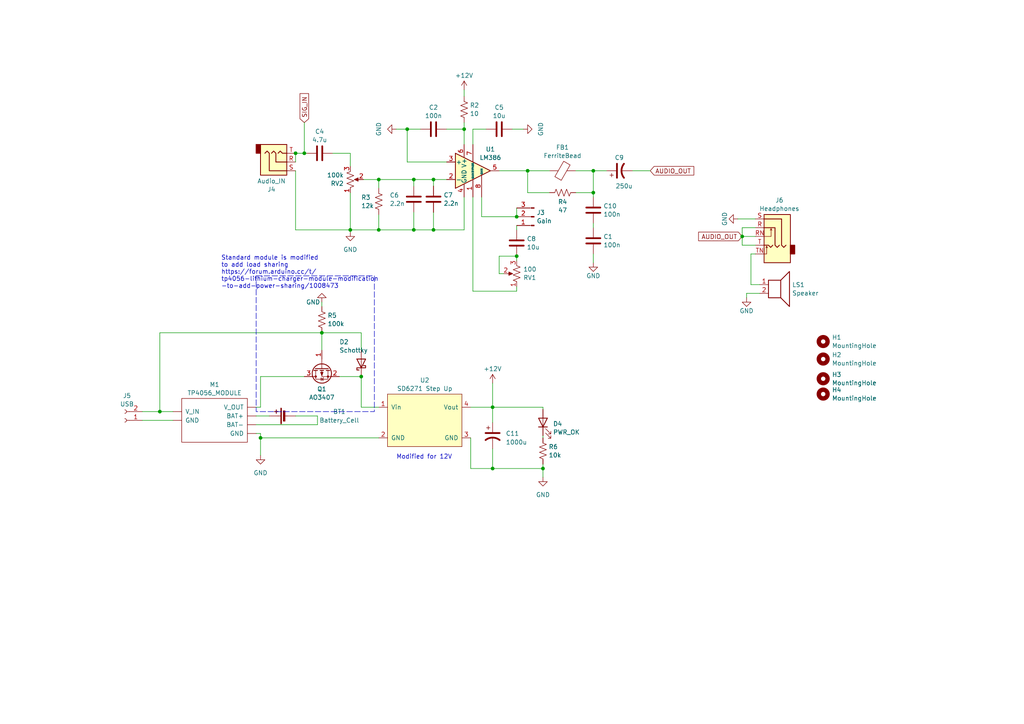
<source format=kicad_sch>
(kicad_sch (version 20230121) (generator eeschema)
  (paper "A4")
  (lib_symbols
    (symbol "!my-kicad-library:AO3407" (pin_names hide)
      (property "Reference" "Q1" (at 0 8.4115 90))
      (property "Value" "AO3407" (at 0 5.6364 90))
      (symbol "AO3407_0_1"
        (polyline (pts (xy 0.254 0) (xy -2.54 0)))
        (polyline (pts (xy 0.254 1.905) (xy 0.254 -1.905)) (stroke (width 0.254)))
        (polyline (pts (xy 0.762 -1.27) (xy 0.762 -2.286)) (stroke (width 0.254)))
        (polyline (pts (xy 0.762 0.508) (xy 0.762 -0.508)) (stroke (width 0.254)))
        (polyline (pts (xy 0.762 2.286) (xy 0.762 1.27)) (stroke (width 0.254)))
        (polyline (pts (xy 2.54 2.54) (xy 2.54 1.778)))
        (polyline (pts (xy 2.54 -2.54) (xy 2.54 0) (xy 0.762 0)))
        (polyline (pts (xy 0.762 1.778) (xy 3.302 1.778) (xy 3.302 -1.778) (xy 0.762 -1.778)))
        (polyline (pts (xy 2.286 0) (xy 1.27 0.381) (xy 1.27 -0.381) (xy 2.286 0)) (fill (type outline)))
        (polyline (pts (xy 2.794 -0.508) (xy 2.921 -0.381) (xy 3.683 -0.381) (xy 3.81 -0.254)))
        (polyline (pts (xy 3.302 -0.381) (xy 2.921 0.254) (xy 3.683 0.254) (xy 3.302 -0.381)))
        (circle (center 1.651 0) (radius 2.794) (stroke (width 0.254)))
        (circle (center 2.54 -1.778) (radius 0.254) (fill (type outline)))
        (circle (center 2.54 1.778) (radius 0.254) (fill (type outline)))
      )
      (symbol "AO3407_1_1"
        (pin input line (at -5.08 0 0) (length 2.54) (name "G") (number "1"))
        (pin passive line (at 2.54 -5.08 90) (length 2.54) (name "S") (number "2"))
        (pin passive line (at 2.54 5.08 270) (length 2.54) (name "D") (number "3"))
      )
    )
    (symbol "!my-kicad-library:TP4056_MODULE_RAW" (pin_numbers hide) (pin_names (offset 1.016))
      (property "Reference" "M" (at 0 -6.35 0))
      (property "Value" "TP4056_MODULE" (at 0 7.62 0))
      (symbol "TP4056_MODULE_RAW_0_1"
        (rectangle (start -8.89 5.08) (end 10.16 -7.62))
      )
      (symbol "TP4056_MODULE_RAW_1_1"
        (pin power_in line (at -11.43 1.27 0) (length 2.54) (name "V_IN") (number "1"))
        (pin power_in line (at -11.43 -1.27 0) (length 2.54) (name "GND") (number "2"))
        (pin power_out line (at 12.7 2.54 180) (length 2.54) (name "V_OUT") (number "3"))
        (pin power_in line (at 12.7 -5.08 180) (length 2.54) (name "GND") (number "4"))
        (pin power_in line (at 12.7 0 180) (length 2.54) (name "BAT+") (number "5"))
        (pin power_in line (at 12.7 -2.54 180) (length 2.54) (name "BAT-") (number "6"))
      )
    )
    (symbol "!my-kicad-library:step-up-module" (pin_names (offset 1.016))
      (property "Reference" "U" (at 2.54 7.62 0))
      (property "Value" "step-up-module" (at 3.81 12.7 0))
      (symbol "step-up-module_0_1"
        (rectangle (start -7.62 10.16) (end 13.97 -5.08) (fill (type background)))
      )
      (symbol "step-up-module_1_1"
        (pin power_in line (at -10.16 6.35 0) (length 2.54) (name "Vin") (number "1"))
        (pin power_in line (at -10.16 -2.54 0) (length 2.54) (name "GND") (number "2"))
        (pin power_in line (at 16.51 -2.54 180) (length 2.54) (name "GND") (number "3"))
        (pin power_out line (at 16.51 6.35 180) (length 2.54) (name "Vout") (number "4"))
      )
    )
    (symbol "Amplifier_Audio:LM386" (pin_names (offset 0.127))
      (property "Reference" "U" (at 1.27 7.62 0))
      (property "Value" "LM386" (at 1.27 5.08 0))
      (symbol "LM386_0_1"
        (polyline (pts (xy 5.08 0) (xy -5.08 5.08) (xy -5.08 -5.08) (xy 5.08 0)) (stroke (width 0.254)) (fill (type background)))
      )
      (symbol "LM386_1_1"
        (pin input line (at 0 -7.62 90) (length 5.08) (name "GAIN") (number "1"))
        (pin input line (at -7.62 -2.54 0) (length 2.54) (name "-") (number "2"))
        (pin input line (at -7.62 2.54 0) (length 2.54) (name "+") (number "3"))
        (pin power_in line (at -2.54 -7.62 90) (length 3.81) (name "GND") (number "4"))
        (pin output line (at 7.62 0 180) (length 2.54) (name "~") (number "5"))
        (pin power_in line (at -2.54 7.62 270) (length 3.81) (name "V+") (number "6"))
        (pin input line (at 0 7.62 270) (length 5.08) (name "BYPASS") (number "7"))
        (pin input line (at 2.54 -7.62 90) (length 6.35) (name "GAIN") (number "8"))
      )
    )
    (symbol "Connector:Conn_01x02_Socket" (pin_names (offset 1.016) hide)
      (property "Reference" "J" (at 0 2.54 0))
      (property "Value" "Conn_01x02_Socket" (at 0 -5.08 0))
      (symbol "Conn_01x02_Socket_1_1"
        (arc (start 0 -2.032) (mid -0.5058 -2.54) (end 0 -3.048) (stroke (width 0.1524)))
        (polyline (pts (xy -1.27 -2.54) (xy -0.508 -2.54)) (stroke (width 0.1524)))
        (polyline (pts (xy -1.27 0) (xy -0.508 0)) (stroke (width 0.1524)))
        (arc (start 0 0.508) (mid -0.5058 0) (end 0 -0.508) (stroke (width 0.1524)))
        (pin passive line (at -5.08 0 0) (length 3.81) (name "Pin_1") (number "1"))
        (pin passive line (at -5.08 -2.54 0) (length 3.81) (name "Pin_2") (number "2"))
      )
    )
    (symbol "Connector:Conn_01x03_Pin" (pin_names (offset 1.016) hide)
      (property "Reference" "J" (at 0 5.08 0))
      (property "Value" "Conn_01x03_Pin" (at 0 -5.08 0))
      (symbol "Conn_01x03_Pin_1_1"
        (polyline (pts (xy 1.27 -2.54) (xy 0.8636 -2.54)) (stroke (width 0.1524)))
        (polyline (pts (xy 1.27 0) (xy 0.8636 0)) (stroke (width 0.1524)))
        (polyline (pts (xy 1.27 2.54) (xy 0.8636 2.54)) (stroke (width 0.1524)))
        (rectangle (start 0.8636 -2.413) (end 0 -2.667) (stroke (width 0.1524)) (fill (type outline)))
        (rectangle (start 0.8636 0.127) (end 0 -0.127) (stroke (width 0.1524)) (fill (type outline)))
        (rectangle (start 0.8636 2.667) (end 0 2.413) (stroke (width 0.1524)) (fill (type outline)))
        (pin passive line (at 5.08 2.54 180) (length 3.81) (name "Pin_1") (number "1"))
        (pin passive line (at 5.08 0 180) (length 3.81) (name "Pin_2") (number "2"))
        (pin passive line (at 5.08 -2.54 180) (length 3.81) (name "Pin_3") (number "3"))
      )
    )
    (symbol "Connector_Audio:AudioJack3"
      (property "Reference" "J" (at 0 8.89 0))
      (property "Value" "AudioJack3" (at 0 6.35 0))
      (symbol "AudioJack3_0_1"
        (rectangle (start -5.08 -5.08) (end -6.35 -2.54) (stroke (width 0.254)) (fill (type outline)))
        (polyline (pts (xy 0 -2.54) (xy 0.635 -3.175) (xy 1.27 -2.54) (xy 2.54 -2.54)) (stroke (width 0.254)))
        (polyline (pts (xy -1.905 -2.54) (xy -1.27 -3.175) (xy -0.635 -2.54) (xy -0.635 0) (xy 2.54 0)) (stroke (width 0.254)))
        (polyline (pts (xy 2.54 2.54) (xy -2.54 2.54) (xy -2.54 -2.54) (xy -3.175 -3.175) (xy -3.81 -2.54)) (stroke (width 0.254)))
        (rectangle (start 2.54 3.81) (end -5.08 -5.08) (stroke (width 0.254)) (fill (type background)))
      )
      (symbol "AudioJack3_1_1"
        (pin passive line (at 5.08 0 180) (length 2.54) (name "~") (number "R"))
        (pin passive line (at 5.08 2.54 180) (length 2.54) (name "~") (number "S"))
        (pin passive line (at 5.08 -2.54 180) (length 2.54) (name "~") (number "T"))
      )
    )
    (symbol "Connector_Audio:AudioJack3_SwitchTR"
      (property "Reference" "J" (at 0 8.89 0))
      (property "Value" "AudioJack3_SwitchTR" (at 0 6.35 0))
      (symbol "AudioJack3_SwitchTR_0_1"
        (rectangle (start -5.08 -5.08) (end -6.35 -7.62) (stroke (width 0.254)) (fill (type outline)))
        (polyline (pts (xy 0.508 -0.254) (xy 0.762 -0.762)))
        (polyline (pts (xy 1.778 -5.334) (xy 2.032 -5.842)))
        (polyline (pts (xy 0 -5.08) (xy 0.635 -5.715) (xy 1.27 -5.08) (xy 2.54 -5.08)) (stroke (width 0.254)))
        (polyline (pts (xy 2.54 -7.62) (xy 1.778 -7.62) (xy 1.778 -5.334) (xy 1.524 -5.842)))
        (polyline (pts (xy 2.54 -2.54) (xy 0.508 -2.54) (xy 0.508 -0.254) (xy 0.254 -0.762)))
        (polyline (pts (xy -1.905 -5.08) (xy -1.27 -5.715) (xy -0.635 -5.08) (xy -0.635 0) (xy 2.54 0)) (stroke (width 0.254)))
        (polyline (pts (xy 2.54 2.54) (xy -2.54 2.54) (xy -2.54 -5.08) (xy -3.175 -5.715) (xy -3.81 -5.08)) (stroke (width 0.254)))
        (rectangle (start 2.54 3.81) (end -5.08 -10.16) (stroke (width 0.254)) (fill (type background)))
      )
      (symbol "AudioJack3_SwitchTR_1_1"
        (pin passive line (at 5.08 0 180) (length 2.54) (name "~") (number "R"))
        (pin passive line (at 5.08 -2.54 180) (length 2.54) (name "~") (number "RN"))
        (pin passive line (at 5.08 2.54 180) (length 2.54) (name "~") (number "S"))
        (pin passive line (at 5.08 -5.08 180) (length 2.54) (name "~") (number "T"))
        (pin passive line (at 5.08 -7.62 180) (length 2.54) (name "~") (number "TN"))
      )
    )
    (symbol "Device:Battery_Cell" (pin_numbers hide) (pin_names (offset 0) hide)
      (property "Reference" "BT" (at 2.54 2.54 0))
      (property "Value" "Battery_Cell" (at 2.54 0 0))
      (symbol "Battery_Cell_0_1"
        (rectangle (start -2.286 1.778) (end 2.286 1.524) (fill (type outline)))
        (rectangle (start -1.524 1.016) (end 1.524 0.508) (fill (type outline)))
        (polyline (pts (xy 0 0.762) (xy 0 0)))
        (polyline (pts (xy 0 1.778) (xy 0 2.54)))
        (polyline (pts (xy 0.762 3.048) (xy 1.778 3.048)) (stroke (width 0.254)))
        (polyline (pts (xy 1.27 3.556) (xy 1.27 2.54)) (stroke (width 0.254)))
      )
      (symbol "Battery_Cell_1_1"
        (pin passive line (at 0 5.08 270) (length 2.54) (name "+") (number "1"))
        (pin passive line (at 0 -2.54 90) (length 2.54) (name "-") (number "2"))
      )
    )
    (symbol "Device:C" (pin_numbers hide) (pin_names (offset 0.254))
      (property "Reference" "C" (at 0.635 2.54 0))
      (property "Value" "C" (at 0.635 -2.54 0))
      (symbol "C_0_1"
        (polyline (pts (xy -2.032 -0.762) (xy 2.032 -0.762)) (stroke (width 0.508)))
        (polyline (pts (xy -2.032 0.762) (xy 2.032 0.762)) (stroke (width 0.508)))
      )
      (symbol "C_1_1"
        (pin passive line (at 0 3.81 270) (length 2.794) (name "~") (number "1"))
        (pin passive line (at 0 -3.81 90) (length 2.794) (name "~") (number "2"))
      )
    )
    (symbol "Device:C_Polarized_US" (pin_numbers hide) (pin_names (offset 0.254) hide)
      (property "Reference" "C" (at 0.635 2.54 0))
      (property "Value" "C_Polarized_US" (at 0.635 -2.54 0))
      (symbol "C_Polarized_US_0_1"
        (polyline (pts (xy -2.032 0.762) (xy 2.032 0.762)) (stroke (width 0.508)))
        (polyline (pts (xy -1.778 2.286) (xy -0.762 2.286)))
        (polyline (pts (xy -1.27 1.778) (xy -1.27 2.794)))
        (arc (start 2.032 -1.27) (mid 0 -0.5572) (end -2.032 -1.27) (stroke (width 0.508)))
      )
      (symbol "C_Polarized_US_1_1"
        (pin passive line (at 0 3.81 270) (length 2.794) (name "~") (number "1"))
        (pin passive line (at 0 -3.81 90) (length 3.302) (name "~") (number "2"))
      )
    )
    (symbol "Device:D_Schottky" (pin_numbers hide) (pin_names (offset 1.016) hide)
      (property "Reference" "D" (at 0 2.54 0))
      (property "Value" "D_Schottky" (at 0 -2.54 0))
      (symbol "D_Schottky_0_1"
        (polyline (pts (xy 1.27 0) (xy -1.27 0)))
        (polyline (pts (xy 1.27 1.27) (xy 1.27 -1.27) (xy -1.27 0) (xy 1.27 1.27)) (stroke (width 0.254)))
        (polyline (pts (xy -1.905 0.635) (xy -1.905 1.27) (xy -1.27 1.27) (xy -1.27 -1.27) (xy -0.635 -1.27) (xy -0.635 -0.635)) (stroke (width 0.254)))
      )
      (symbol "D_Schottky_1_1"
        (pin passive line (at -3.81 0 0) (length 2.54) (name "K") (number "1"))
        (pin passive line (at 3.81 0 180) (length 2.54) (name "A") (number "2"))
      )
    )
    (symbol "Device:FerriteBead" (pin_numbers hide) (pin_names (offset 0))
      (property "Reference" "FB" (at -3.81 0.635 90))
      (property "Value" "FerriteBead" (at 3.81 0 90))
      (symbol "FerriteBead_0_1"
        (polyline (pts (xy 0 -1.27) (xy 0 -1.2192)))
        (polyline (pts (xy 0 1.27) (xy 0 1.2954)))
        (polyline (pts (xy -2.7686 0.4064) (xy -1.7018 2.2606) (xy 2.7686 -0.3048) (xy 1.6764 -2.159) (xy -2.7686 0.4064)))
      )
      (symbol "FerriteBead_1_1"
        (pin passive line (at 0 3.81 270) (length 2.54) (name "~") (number "1"))
        (pin passive line (at 0 -3.81 90) (length 2.54) (name "~") (number "2"))
      )
    )
    (symbol "Device:LED" (pin_numbers hide) (pin_names (offset 1.016) hide)
      (property "Reference" "D" (at 0 2.54 0))
      (property "Value" "LED" (at 0 -2.54 0))
      (symbol "LED_0_1"
        (polyline (pts (xy -1.27 -1.27) (xy -1.27 1.27)) (stroke (width 0.254)))
        (polyline (pts (xy -1.27 0) (xy 1.27 0)))
        (polyline (pts (xy 1.27 -1.27) (xy 1.27 1.27) (xy -1.27 0) (xy 1.27 -1.27)) (stroke (width 0.254)))
        (polyline (pts (xy -3.048 -0.762) (xy -4.572 -2.286) (xy -3.81 -2.286) (xy -4.572 -2.286) (xy -4.572 -1.524)))
        (polyline (pts (xy -1.778 -0.762) (xy -3.302 -2.286) (xy -2.54 -2.286) (xy -3.302 -2.286) (xy -3.302 -1.524)))
      )
      (symbol "LED_1_1"
        (pin passive line (at -3.81 0 0) (length 2.54) (name "K") (number "1"))
        (pin passive line (at 3.81 0 180) (length 2.54) (name "A") (number "2"))
      )
    )
    (symbol "Device:R_Potentiometer_US" (pin_names (offset 1.016) hide)
      (property "Reference" "RV" (at -4.445 0 90))
      (property "Value" "R_Potentiometer_US" (at -2.54 0 90))
      (symbol "R_Potentiometer_US_0_1"
        (polyline (pts (xy 0 -2.286) (xy 0 -2.54)))
        (polyline (pts (xy 0 2.54) (xy 0 2.286)))
        (polyline (pts (xy 2.54 0) (xy 1.524 0)))
        (polyline (pts (xy 1.143 0) (xy 2.286 0.508) (xy 2.286 -0.508) (xy 1.143 0)) (fill (type outline)))
        (polyline (pts (xy 0 -0.762) (xy 1.016 -1.143) (xy 0 -1.524) (xy -1.016 -1.905) (xy 0 -2.286)))
        (polyline (pts (xy 0 0.762) (xy 1.016 0.381) (xy 0 0) (xy -1.016 -0.381) (xy 0 -0.762)))
        (polyline (pts (xy 0 2.286) (xy 1.016 1.905) (xy 0 1.524) (xy -1.016 1.143) (xy 0 0.762)))
      )
      (symbol "R_Potentiometer_US_1_1"
        (pin passive line (at 0 3.81 270) (length 1.27) (name "1") (number "1"))
        (pin passive line (at 3.81 0 180) (length 1.27) (name "2") (number "2"))
        (pin passive line (at 0 -3.81 90) (length 1.27) (name "3") (number "3"))
      )
    )
    (symbol "Device:R_US" (pin_numbers hide) (pin_names (offset 0))
      (property "Reference" "R" (at 2.54 0 90))
      (property "Value" "R_US" (at -2.54 0 90))
      (symbol "R_US_0_1"
        (polyline (pts (xy 0 -2.286) (xy 0 -2.54)))
        (polyline (pts (xy 0 2.286) (xy 0 2.54)))
        (polyline (pts (xy 0 -0.762) (xy 1.016 -1.143) (xy 0 -1.524) (xy -1.016 -1.905) (xy 0 -2.286)))
        (polyline (pts (xy 0 0.762) (xy 1.016 0.381) (xy 0 0) (xy -1.016 -0.381) (xy 0 -0.762)))
        (polyline (pts (xy 0 2.286) (xy 1.016 1.905) (xy 0 1.524) (xy -1.016 1.143) (xy 0 0.762)))
      )
      (symbol "R_US_1_1"
        (pin passive line (at 0 3.81 270) (length 1.27) (name "~") (number "1"))
        (pin passive line (at 0 -3.81 90) (length 1.27) (name "~") (number "2"))
      )
    )
    (symbol "Device:Speaker" (pin_names (offset 0) hide)
      (property "Reference" "LS" (at 1.27 5.715 0))
      (property "Value" "Speaker" (at 1.27 3.81 0))
      (symbol "Speaker_0_0"
        (rectangle (start -2.54 1.27) (end 1.016 -3.81) (stroke (width 0.254)))
        (polyline (pts (xy 1.016 1.27) (xy 3.556 3.81) (xy 3.556 -6.35) (xy 1.016 -3.81)) (stroke (width 0.254)))
      )
      (symbol "Speaker_1_1"
        (pin input line (at -5.08 0 0) (length 2.54) (name "1") (number "1"))
        (pin input line (at -5.08 -2.54 0) (length 2.54) (name "2") (number "2"))
      )
    )
    (symbol "Mechanical:MountingHole" (pin_names (offset 1.016))
      (property "Reference" "H" (at 0 5.08 0))
      (property "Value" "MountingHole" (at 0 3.175 0))
      (symbol "MountingHole_0_1"
        (circle (center 0 0) (radius 1.27) (stroke (width 1.27)))
      )
    )
    (symbol "power:+12V" (power) (pin_names (offset 0))
      (property "Value" "+12V" (at 0 3.556 0))
      (symbol "+12V_0_1"
        (polyline (pts (xy -0.762 1.27) (xy 0 2.54)))
        (polyline (pts (xy 0 0) (xy 0 2.54)))
        (polyline (pts (xy 0 2.54) (xy 0.762 1.27)))
      )
      (symbol "+12V_1_1"
        (pin power_in line (at 0 0 90) (length 0) hide (name "+12V") (number "1"))
      )
    )
    (symbol "power:GND" (power) (pin_names (offset 0))
      (property "Value" "GND" (at 0 -3.81 0))
      (symbol "GND_0_1"
        (polyline (pts (xy 0 0) (xy 0 -1.27) (xy 1.27 -1.27) (xy 0 -2.54) (xy -1.27 -1.27) (xy 0 -1.27)))
      )
      (symbol "GND_1_1"
        (pin power_in line (at 0 0 270) (length 0) hide (name "GND") (number "1"))
      )
    )
  )
  (junction (at 85.725 44.45))
  (junction (at 172.085 49.53))
  (junction (at 142.875 135.89))
  (junction (at 172.085 55.88))
  (junction (at 109.855 66.675))
  (junction (at 125.73 52.07))
  (junction (at 149.86 74.295))
  (junction (at 104.775 109.22))
  (junction (at 118.11 37.465))
  (junction (at 142.875 118.11))
  (junction (at 46.355 119.38))
  (junction (at 125.73 66.675))
  (junction (at 120.015 66.675))
  (junction (at 153.035 49.53))
  (junction (at 120.015 52.07))
  (junction (at 134.62 37.465))
  (junction (at 149.86 62.865))
  (junction (at 75.565 127))
  (junction (at 215.265 68.58))
  (junction (at 88.265 44.45))
  (junction (at 93.345 96.52))
  (junction (at 157.48 135.89))
  (junction (at 101.6 66.675))
  (junction (at 109.855 52.07))
  (wire (pts (xy 93.345 96.52) (xy 46.355 96.52)))
  (wire (pts (xy 157.48 134.62) (xy 157.48 135.89)))
  (wire (pts (xy 215.265 66.04) (xy 215.265 68.58)))
  (wire (pts (xy 136.525 135.89) (xy 142.875 135.89)))
  (wire (pts (xy 120.015 52.07) (xy 125.73 52.07)))
  (wire (pts (xy 129.54 37.465) (xy 134.62 37.465)))
  (wire (pts (xy 92.075 123.19) (xy 92.075 120.65)))
  (wire (pts (xy 104.775 109.22) (xy 104.775 118.11)))
  (wire (pts (xy 220.345 85.09) (xy 216.535 85.09)))
  (wire (pts (xy 46.355 96.52) (xy 46.355 119.38)))
  (wire (pts (xy 98.425 109.22) (xy 104.775 109.22)))
  (wire (pts (xy 88.265 109.22) (xy 75.565 109.22)))
  (wire (pts (xy 134.62 35.56) (xy 134.62 37.465)))
  (wire (pts (xy 142.875 122.555) (xy 142.875 118.11)))
  (wire (pts (xy 125.73 52.07) (xy 129.54 52.07)))
  (wire (pts (xy 74.295 120.65) (xy 78.105 120.65)))
  (wire (pts (xy 74.295 123.19) (xy 92.075 123.19)))
  (wire (pts (xy 93.345 87.63) (xy 93.345 88.9)))
  (wire (pts (xy 137.16 37.465) (xy 140.97 37.465)))
  (wire (pts (xy 172.085 55.88) (xy 172.085 49.53)))
  (wire (pts (xy 114.935 37.465) (xy 118.11 37.465)))
  (wire (pts (xy 167.005 55.88) (xy 172.085 55.88)))
  (wire (pts (xy 217.805 73.66) (xy 219.075 73.66)))
  (wire (pts (xy 101.6 55.88) (xy 101.6 66.675)))
  (wire (pts (xy 136.525 127) (xy 136.525 135.89)))
  (wire (pts (xy 148.59 37.465) (xy 151.765 37.465)))
  (wire (pts (xy 104.775 101.6) (xy 104.775 96.52)))
  (wire (pts (xy 149.86 83.185) (xy 149.86 84.455)))
  (wire (pts (xy 217.805 82.55) (xy 220.345 82.55)))
  (wire (pts (xy 41.275 119.38) (xy 46.355 119.38)))
  (wire (pts (xy 144.78 74.295) (xy 149.86 74.295)))
  (wire (pts (xy 216.535 85.09) (xy 216.535 86.36)))
  (wire (pts (xy 134.62 37.465) (xy 134.62 41.91)))
  (wire (pts (xy 74.295 118.11) (xy 75.565 118.11)))
  (wire (pts (xy 144.78 79.375) (xy 144.78 74.295)))
  (wire (pts (xy 88.265 35.56) (xy 88.265 44.45)))
  (wire (pts (xy 157.48 118.745) (xy 157.48 118.11)))
  (wire (pts (xy 85.725 49.53) (xy 85.725 66.675)))
  (wire (pts (xy 215.265 68.58) (xy 219.075 68.58)))
  (wire (pts (xy 215.265 68.58) (xy 215.265 71.12)))
  (wire (pts (xy 93.345 96.52) (xy 93.345 101.6)))
  (wire (pts (xy 74.295 125.73) (xy 75.565 125.73)))
  (wire (pts (xy 139.7 57.15) (xy 139.7 62.865)))
  (wire (pts (xy 217.805 73.66) (xy 217.805 82.55)))
  (wire (pts (xy 149.86 66.675) (xy 149.86 65.405)))
  (wire (pts (xy 142.875 130.175) (xy 142.875 135.89)))
  (wire (pts (xy 172.085 55.88) (xy 172.085 57.15)))
  (wire (pts (xy 118.11 37.465) (xy 121.92 37.465)))
  (wire (pts (xy 172.085 66.04) (xy 172.085 64.77)))
  (wire (pts (xy 136.525 118.11) (xy 142.875 118.11)))
  (wire (pts (xy 85.725 44.45) (xy 88.265 44.45)))
  (wire (pts (xy 213.995 63.5) (xy 219.075 63.5)))
  (wire (pts (xy 96.52 44.45) (xy 101.6 44.45)))
  (wire (pts (xy 41.275 121.92) (xy 50.165 121.92)))
  (wire (pts (xy 75.565 132.08) (xy 75.565 127)))
  (wire (pts (xy 85.725 66.675) (xy 101.6 66.675)))
  (wire (pts (xy 75.565 109.22) (xy 75.565 118.11)))
  (wire (pts (xy 172.085 73.66) (xy 172.085 76.2)))
  (wire (pts (xy 137.16 57.15) (xy 137.16 84.455)))
  (wire (pts (xy 125.73 52.07) (xy 125.73 53.975)))
  (wire (pts (xy 105.41 52.07) (xy 109.855 52.07)))
  (wire (pts (xy 142.875 135.89) (xy 157.48 135.89)))
  (wire (pts (xy 101.6 66.675) (xy 101.6 67.31)))
  (wire (pts (xy 109.855 52.07) (xy 109.855 54.61)))
  (wire (pts (xy 46.355 119.38) (xy 50.165 119.38)))
  (wire (pts (xy 137.16 37.465) (xy 137.16 41.91)))
  (wire (pts (xy 118.11 46.99) (xy 129.54 46.99)))
  (wire (pts (xy 120.015 66.675) (xy 125.73 66.675)))
  (wire (pts (xy 101.6 66.675) (xy 109.855 66.675)))
  (wire (pts (xy 149.86 60.325) (xy 149.86 62.865)))
  (wire (pts (xy 92.075 120.65) (xy 85.725 120.65)))
  (wire (pts (xy 153.035 55.88) (xy 153.035 49.53)))
  (wire (pts (xy 134.62 57.15) (xy 134.62 66.675)))
  (wire (pts (xy 109.855 62.23) (xy 109.855 66.675)))
  (wire (pts (xy 219.075 66.04) (xy 215.265 66.04)))
  (wire (pts (xy 125.73 61.595) (xy 125.73 66.675)))
  (wire (pts (xy 188.595 49.53) (xy 183.515 49.53)))
  (wire (pts (xy 172.085 49.53) (xy 175.895 49.53)))
  (wire (pts (xy 157.48 118.11) (xy 142.875 118.11)))
  (wire (pts (xy 134.62 26.035) (xy 134.62 27.94)))
  (wire (pts (xy 88.265 44.45) (xy 88.9 44.45)))
  (wire (pts (xy 109.855 52.07) (xy 120.015 52.07)))
  (wire (pts (xy 146.05 79.375) (xy 144.78 79.375)))
  (wire (pts (xy 120.015 61.595) (xy 120.015 66.675)))
  (wire (pts (xy 149.86 74.295) (xy 149.86 75.565)))
  (wire (pts (xy 139.7 62.865) (xy 149.86 62.865)))
  (wire (pts (xy 142.875 111.125) (xy 142.875 118.11)))
  (wire (pts (xy 118.11 37.465) (xy 118.11 46.99)))
  (wire (pts (xy 125.73 66.675) (xy 134.62 66.675)))
  (wire (pts (xy 109.855 127) (xy 75.565 127)))
  (wire (pts (xy 157.48 126.365) (xy 157.48 127)))
  (wire (pts (xy 75.565 127) (xy 75.565 125.73)))
  (wire (pts (xy 101.6 44.45) (xy 101.6 48.26)))
  (wire (pts (xy 157.48 135.89) (xy 157.48 138.43)))
  (wire (pts (xy 159.385 55.88) (xy 153.035 55.88)))
  (wire (pts (xy 167.005 49.53) (xy 172.085 49.53)))
  (wire (pts (xy 137.16 84.455) (xy 149.86 84.455)))
  (wire (pts (xy 215.265 71.12) (xy 219.075 71.12)))
  (wire (pts (xy 85.725 44.45) (xy 85.725 46.99)))
  (wire (pts (xy 109.855 66.675) (xy 120.015 66.675)))
  (wire (pts (xy 153.035 49.53) (xy 159.385 49.53)))
  (wire (pts (xy 144.78 49.53) (xy 153.035 49.53)))
  (wire (pts (xy 104.775 96.52) (xy 93.345 96.52)))
  (wire (pts (xy 120.015 52.07) (xy 120.015 53.975)))
  (wire (pts (xy 104.775 118.11) (xy 109.855 118.11)))
  (rectangle (start 74.295 80.01) (end 108.585 119.38) (stroke (width 0) (type dash)))
  (text "Standard module is modified\nto add load sharing\nhttps://forum.arduino.cc/t/\ntp4056-lithium-charger-module-modification\n-to-add-power-sharing/1008473\n" (at 64.135 83.82 0) (effects (font (size 1.27 1.27)) (justify left bottom)))
  (text "Modified for 12V" (at 114.935 133.35 0) (effects (font (size 1.27 1.27)) (justify left bottom)))
  (global_label "SIG_IN" (shape input) (at 88.265 35.56 90) (property "Intersheetrefs" "${INTERSHEET_REFS}" (effects hide)))
  (global_label "AUDIO_OUT" (shape input) (at 215.265 68.58 180) (property "Intersheetrefs" "${INTERSHEET_REFS}" (effects hide)))
  (global_label "AUDIO_OUT" (shape input) (at 188.595 49.53 0) (property "Intersheetrefs" "${INTERSHEET_REFS}" (effects hide)))
  (symbol (lib_id "Device:FerriteBead") (at 163.195 49.53 90) (unit 1)
    (property "Reference" "FB1" (at 163.1442 42.7441 90))
    (property "Value" "FerriteBead" (at 163.1442 45.1683 90))
    (property "Footprint" "Resistor_SMD:R_0805_2012Metric" (effects hide))
  )
  (symbol (lib_id "Device:C") (at 120.015 57.785 180) (unit 1)
    (property "Reference" "C6" (at 113.03 56.6308 0) (effects (justify right)))
    (property "Value" "2.2n" (at 113.03 59.055 0) (effects (justify right)))
    (property "Footprint" "Capacitor_SMD:C_1206_3216Metric" (effects hide))
  )
  (symbol (lib_id "Device:C") (at 149.86 70.485 180) (unit 1)
    (property "Reference" "C8" (at 152.781 69.2729 0) (effects (justify right)))
    (property "Value" "10u" (at 152.781 71.6971 0) (effects (justify right)))
    (property "Footprint" "Capacitor_SMD:C_1206_3216Metric" (effects hide))
  )
  (symbol (lib_id "!my-kicad-library:AO3407") (at 93.345 106.68 90) (mirror x) (unit 1)
    (property "Reference" "Q1" (at 93.345 112.8451 90))
    (property "Value" "AO3407" (at 93.345 115.2693 90))
    (property "Footprint" "Package_TO_SOT_SMD:SOT-23" (effects hide))
    (property "Datasheet" "http://www.aosmd.com/pdfs/datasheet/ao3407.pdf" (effects hide))
  )
  (symbol (lib_id "Device:C") (at 125.73 37.465 90) (unit 1)
    (property "Reference" "C2" (at 125.73 31.1617 90))
    (property "Value" "100n" (at 125.73 33.5859 90))
    (property "Footprint" "Capacitor_SMD:C_1206_3216Metric" (effects hide))
  )
  (symbol (lib_id "Device:R_Potentiometer_US") (at 101.6 52.07 0) (mirror x) (unit 1)
    (property "Reference" "RV2" (at 99.695 53.2242 0) (effects (justify right)))
    (property "Value" "100k" (at 99.695 50.8 0) (effects (justify right)))
    (property "Footprint" "Potentiometer_THT:Potentiometer_Alps_RK09Y11_Single_Horizontal" (effects hide))
  )
  (symbol (lib_id "power:GND") (at 216.535 86.36 0) (unit 1)
    (property "Reference" "#PWR09" (effects hide))
    (property "Value" "GND" (at 216.535 90.17 0))
  )
  (symbol (lib_id "Connector_Audio:AudioJack3_SwitchTR") (at 224.155 66.04 0) (mirror y) (unit 1)
    (property "Reference" "J6" (at 226.06 58.0857 0))
    (property "Value" "Headphones" (at 226.06 60.5099 0))
    (property "Footprint" "Connector_Audio:Jack_3.5mm_CUI_SJ1-3535NG_Horizontal" (effects hide))
    (property "Datasheet" "https://www.cuidevices.com/product/resource/sj1-353xng.pdf" (effects hide))
  )
  (symbol (lib_id "Mechanical:MountingHole") (at 238.76 99.06 0) (unit 1)
    (property "Reference" "H1" (at 241.3 97.8479 0) (effects (justify left)))
    (property "Value" "MountingHole" (at 241.3 100.2721 0) (effects (justify left)))
    (property "Footprint" "MountingHole:MountingHole_3.2mm_M3" (effects hide))
  )
  (symbol (lib_id "Device:C") (at 125.73 57.785 180) (unit 1)
    (property "Reference" "C7" (at 128.651 56.5729 0) (effects (justify right)))
    (property "Value" "2.2n" (at 128.651 58.9971 0) (effects (justify right)))
    (property "Footprint" "Capacitor_SMD:C_1206_3216Metric" (effects hide))
  )
  (symbol (lib_id "Connector:Conn_01x03_Pin") (at 154.94 62.865 180) (unit 1)
    (property "Reference" "J3" (at 155.6512 61.6529 0) (effects (justify right)))
    (property "Value" "Gain" (at 155.6512 64.0771 0) (effects (justify right)))
    (property "Footprint" "Connector_PinHeader_2.54mm:PinHeader_1x03_P2.54mm_Vertical" (effects hide))
  )
  (symbol (lib_id "power:GND") (at 75.565 132.08 0) (unit 1)
    (property "Reference" "#PWR011" (effects hide))
    (property "Value" "GND" (at 75.565 137.16 0))
  )
  (symbol (lib_id "Device:C") (at 92.71 44.45 90) (unit 1)
    (property "Reference" "C4" (at 92.71 38.1467 90))
    (property "Value" "4.7u" (at 92.71 40.5709 90))
    (property "Footprint" "Capacitor_SMD:C_1206_3216Metric" (effects hide))
  )
  (symbol (lib_id "Device:C_Polarized_US") (at 179.705 49.53 90) (unit 1)
    (property "Reference" "C9" (at 180.975 45.72 90) (effects (justify left)))
    (property "Value" "250u" (at 183.515 53.975 90) (effects (justify left)))
    (property "Footprint" "Capacitor_THT:CP_Radial_D5.0mm_P2.50mm" (effects hide))
  )
  (symbol (lib_id "power:GND") (at 213.995 63.5 270) (unit 1)
    (property "Reference" "#PWR08" (effects hide))
    (property "Value" "GND" (at 210.185 63.5 0))
  )
  (symbol (lib_id "Device:R_US") (at 134.62 31.75 0) (unit 1)
    (property "Reference" "R2" (at 136.271 30.5379 0) (effects (justify left)))
    (property "Value" "10" (at 136.271 32.9621 0) (effects (justify left)))
    (property "Footprint" "Resistor_SMD:R_0805_2012Metric" (effects hide))
  )
  (symbol (lib_id "power:GND") (at 101.6 67.31 0) (unit 1)
    (property "Reference" "#PWR010" (effects hide))
    (property "Value" "GND" (at 101.6 72.39 0))
  )
  (symbol (lib_id "Connector:Conn_01x02_Socket") (at 36.195 121.92 180) (unit 1)
    (property "Reference" "J5" (at 36.83 114.7785 0))
    (property "Value" "USB" (at 36.83 117.2027 0))
  )
  (symbol (lib_id "power:GND") (at 172.085 76.2 0) (unit 1)
    (property "Reference" "#PWR02" (effects hide))
    (property "Value" "GND" (at 172.085 80.01 0))
  )
  (symbol (lib_id "Device:R_US") (at 157.48 130.81 0) (unit 1)
    (property "Reference" "R6" (at 159.131 129.5979 0) (effects (justify left)))
    (property "Value" "10k" (at 159.131 132.0221 0) (effects (justify left)))
    (property "Footprint" "Resistor_SMD:R_0805_2012Metric" (effects hide))
  )
  (symbol (lib_id "Device:D_Schottky") (at 104.775 105.41 90) (unit 1)
    (property "Reference" "D2" (at 98.425 99.1758 90) (effects (justify right)))
    (property "Value" "Schottky" (at 98.425 101.6 90) (effects (justify right)))
    (property "Footprint" "Diode_SMD:D_SMA" (effects hide))
  )
  (symbol (lib_id "power:+12V") (at 134.62 26.035 0) (unit 1)
    (property "Reference" "#PWR06" (effects hide))
    (property "Value" "+12V" (at 134.62 21.9019 0))
  )
  (symbol (lib_id "Device:C_Polarized_US") (at 142.875 126.365 0) (unit 1)
    (property "Reference" "C11" (at 146.685 125.73 0) (effects (justify left)))
    (property "Value" "1000u" (at 146.685 128.27 0) (effects (justify left)))
    (property "Footprint" "Capacitor_THT:CP_Radial_D10.0mm_P2.50mm" (effects hide))
  )
  (symbol (lib_id "Device:Battery_Cell") (at 83.185 120.65 90) (unit 1) (in_bom no) (on_board no)
    (property "Reference" "BT1" (at 98.425 119.38 90))
    (property "Value" "Battery_Cell" (at 98.425 121.92 90))
  )
  (symbol (lib_id "!my-kicad-library:step-up-module") (at 120.015 124.46 0) (unit 1)
    (property "Reference" "U2" (at 123.19 110.2827 0))
    (property "Value" "SD6271 Step Up" (at 123.19 112.7069 0))
    (property "Footprint" "!my-lib:SD6271_StepUp" (effects hide))
  )
  (symbol (lib_id "power:GND") (at 93.345 87.63 180) (unit 1)
    (property "Reference" "#PWR012" (effects hide))
    (property "Value" "GND" (at 90.805 87.63 0))
  )
  (symbol (lib_id "Device:C") (at 172.085 69.85 180) (unit 1)
    (property "Reference" "C1" (at 175.006 68.6379 0) (effects (justify right)))
    (property "Value" "100n" (at 175.006 71.0621 0) (effects (justify right)))
    (property "Footprint" "Capacitor_SMD:C_1206_3216Metric" (effects hide))
  )
  (symbol (lib_id "Device:R_US") (at 109.855 58.42 180) (unit 1)
    (property "Reference" "R3" (at 104.775 57.2658 0) (effects (justify right)))
    (property "Value" "12k" (at 104.775 59.69 0) (effects (justify right)))
    (property "Footprint" "Resistor_SMD:R_0805_2012Metric" (effects hide))
  )
  (symbol (lib_id "Mechanical:MountingHole") (at 238.76 104.14 0) (unit 1)
    (property "Reference" "H2" (at 241.3 102.9279 0) (effects (justify left)))
    (property "Value" "MountingHole" (at 241.3 105.3521 0) (effects (justify left)))
    (property "Footprint" "MountingHole:MountingHole_3.2mm_M3" (effects hide))
  )
  (symbol (lib_id "power:GND") (at 151.765 37.465 90) (unit 1)
    (property "Reference" "#PWR07" (effects hide))
    (property "Value" "GND" (at 156.845 37.465 0))
  )
  (symbol (lib_id "!my-kicad-library:TP4056_MODULE_RAW") (at 61.595 120.65 0) (unit 1) (on_board no)
    (property "Reference" "M1" (at 62.23 111.5527 0))
    (property "Value" "TP4056_MODULE" (at 62.23 113.9769 0))
    (property "Footprint" "!my-lib:TP4056-18650" (effects hide))
  )
  (symbol (lib_id "Device:Speaker") (at 225.425 82.55 0) (unit 1)
    (property "Reference" "LS1" (at 229.743 82.6079 0) (effects (justify left)))
    (property "Value" "Speaker" (at 229.743 85.0321 0) (effects (justify left)))
    (property "Footprint" "Connector_PinHeader_2.54mm:PinHeader_1x02_P2.54mm_Vertical" (effects hide))
  )
  (symbol (lib_id "power:GND") (at 114.935 37.465 270) (unit 1)
    (property "Reference" "#PWR04" (effects hide))
    (property "Value" "GND" (at 109.855 37.465 0))
  )
  (symbol (lib_id "Connector_Audio:AudioJack3") (at 80.645 46.99 0) (mirror x) (unit 1)
    (property "Reference" "J4" (at 78.74 54.9443 0))
    (property "Value" "Audio_IN" (at 78.74 52.5201 0))
    (property "Footprint" "Connector_Audio:Jack_3.5mm_CUI_SJ1-3533NG_Horizontal" (effects hide))
  )
  (symbol (lib_id "power:+12V") (at 142.875 111.125 0) (unit 1)
    (property "Reference" "#PWR013" (effects hide))
    (property "Value" "+12V" (at 142.875 106.9919 0))
  )
  (symbol (lib_id "Device:R_US") (at 93.345 92.71 180) (unit 1)
    (property "Reference" "R5" (at 94.996 91.4979 0) (effects (justify right)))
    (property "Value" "100k" (at 94.996 93.9221 0) (effects (justify right)))
    (property "Footprint" "Resistor_SMD:R_0805_2012Metric" (effects hide))
  )
  (symbol (lib_id "Device:LED") (at 157.48 122.555 90) (unit 1)
    (property "Reference" "D4" (at 160.401 122.9304 90) (effects (justify right)))
    (property "Value" "PWR_OK" (at 160.401 125.3546 90) (effects (justify right)))
    (property "Footprint" "LED_THT:LED_D5.0mm" (effects hide))
  )
  (symbol (lib_id "Device:R_US") (at 163.195 55.88 90) (unit 1)
    (property "Reference" "R4" (at 163.195 58.5358 90))
    (property "Value" "47" (at 163.195 60.96 90))
    (property "Footprint" "Resistor_SMD:R_0805_2012Metric" (effects hide))
  )
  (symbol (lib_id "Device:C") (at 144.78 37.465 270) (unit 1)
    (property "Reference" "C5" (at 144.78 31.1617 90))
    (property "Value" "10u" (at 144.78 33.5859 90))
    (property "Footprint" "Capacitor_SMD:C_1206_3216Metric" (effects hide))
  )
  (symbol (lib_id "Mechanical:MountingHole") (at 238.76 114.3 0) (unit 1)
    (property "Reference" "H4" (at 241.3 113.0879 0) (effects (justify left)))
    (property "Value" "MountingHole" (at 241.3 115.5121 0) (effects (justify left)))
    (property "Footprint" "MountingHole:MountingHole_3.2mm_M3" (effects hide))
  )
  (symbol (lib_id "Device:R_Potentiometer_US") (at 149.86 79.375 180) (unit 1)
    (property "Reference" "RV1" (at 151.765 80.5292 0) (effects (justify right)))
    (property "Value" "100" (at 151.765 78.105 0) (effects (justify right)))
    (property "Footprint" "Potentiometer_THT:Potentiometer_Runtron_RM-065_Vertical" (effects hide))
  )
  (symbol (lib_id "Mechanical:MountingHole") (at 238.76 109.855 0) (unit 1)
    (property "Reference" "H3" (at 241.3 108.6429 0) (effects (justify left)))
    (property "Value" "MountingHole" (at 241.3 111.0671 0) (effects (justify left)))
    (property "Footprint" "MountingHole:MountingHole_3.2mm_M3" (effects hide))
  )
  (symbol (lib_id "Amplifier_Audio:LM386") (at 137.16 49.53 0) (unit 1)
    (property "Reference" "U1" (at 142.24 43.2958 0))
    (property "Value" "LM386" (at 142.24 45.72 0))
    (property "Footprint" "Package_DIP:DIP-8_W7.62mm_Socket_LongPads" (effects hide))
    (property "Datasheet" "http://www.ti.com/lit/ds/symlink/lm386.pdf" (effects hide))
  )
  (symbol (lib_id "power:GND") (at 157.48 138.43 0) (unit 1)
    (property "Reference" "#PWR014" (effects hide))
    (property "Value" "GND" (at 157.48 143.51 0))
  )
  (symbol (lib_id "Device:C") (at 172.085 60.96 180) (unit 1)
    (property "Reference" "C10" (at 175.006 59.7479 0) (effects (justify right)))
    (property "Value" "100n" (at 175.006 62.1721 0) (effects (justify right)))
    (property "Footprint" "Capacitor_SMD:C_1206_3216Metric" (effects hide))
  )
)
</source>
